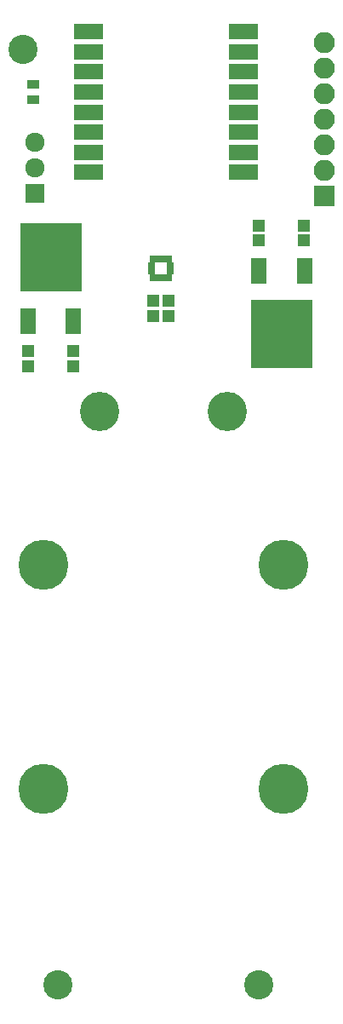
<source format=gts>
G04 #@! TF.FileFunction,Soldermask,Top*
%FSLAX46Y46*%
G04 Gerber Fmt 4.6, Leading zero omitted, Abs format (unit mm)*
G04 Created by KiCad (PCBNEW 4.0.7) date Sun Dec 17 13:28:59 2017*
%MOMM*%
%LPD*%
G01*
G04 APERTURE LIST*
%ADD10C,0.100000*%
%ADD11C,3.900000*%
%ADD12C,4.972000*%
%ADD13R,0.650000X0.800000*%
%ADD14R,0.800000X0.650000*%
%ADD15C,2.900000*%
%ADD16R,1.150000X1.200000*%
%ADD17R,1.200000X1.150000*%
%ADD18R,2.100000X2.100000*%
%ADD19O,2.100000X2.100000*%
%ADD20R,1.300000X0.900000*%
%ADD21R,1.600000X2.600000*%
%ADD22R,6.200000X6.800000*%
%ADD23C,1.920000*%
%ADD24R,1.920000X1.920000*%
%ADD25R,2.900000X1.500000*%
G04 APERTURE END LIST*
D10*
D11*
X63337400Y-79035000D03*
X50637400Y-79035000D03*
D12*
X45074800Y-94275000D03*
X68900000Y-94275000D03*
X68900000Y-116500000D03*
X45074800Y-116500000D03*
D13*
X56000000Y-65725000D03*
D14*
X55825000Y-64550000D03*
X55825000Y-65050000D03*
X57675000Y-64550000D03*
X57675000Y-65050000D03*
D13*
X57500000Y-65725000D03*
X57000000Y-65725000D03*
X56500000Y-65725000D03*
X56000000Y-63875000D03*
X56500000Y-63875000D03*
X57000000Y-63875000D03*
X57500000Y-63875000D03*
D15*
X43000000Y-43000000D03*
X66500000Y-136000000D03*
D16*
X43500000Y-74500000D03*
X43500000Y-73000000D03*
X71000000Y-60500000D03*
X71000000Y-62000000D03*
X66500000Y-60500000D03*
X66500000Y-62000000D03*
X48000000Y-74500000D03*
X48000000Y-73000000D03*
D17*
X56000000Y-68000000D03*
X57500000Y-68000000D03*
X56000000Y-69500000D03*
X57500000Y-69500000D03*
D18*
X73000000Y-57540000D03*
D19*
X73000000Y-55000000D03*
X73000000Y-52460000D03*
X73000000Y-49920000D03*
X73000000Y-47380000D03*
X73000000Y-44840000D03*
X73000000Y-42300000D03*
D20*
X44000000Y-48000000D03*
X44000000Y-46500000D03*
D21*
X71030000Y-65000000D03*
X66470000Y-65000000D03*
D22*
X68750000Y-71300000D03*
D21*
X43500000Y-70000000D03*
X48060000Y-70000000D03*
D22*
X45780000Y-63700000D03*
D23*
X44250000Y-54750000D03*
X44250000Y-52210000D03*
D24*
X44250000Y-57290000D03*
D25*
X49550000Y-41250000D03*
X49550000Y-43250000D03*
X49550000Y-45250000D03*
X49550000Y-47250000D03*
X49550000Y-49250000D03*
X49550000Y-51250000D03*
X49550000Y-53250000D03*
X49550000Y-55250000D03*
X64950000Y-55250000D03*
X64950000Y-53250000D03*
X64950000Y-51250000D03*
X64950000Y-49250000D03*
X64950000Y-47250000D03*
X64950000Y-45250000D03*
X64950000Y-43250000D03*
X64950000Y-41250000D03*
D15*
X46500000Y-136000000D03*
M02*

</source>
